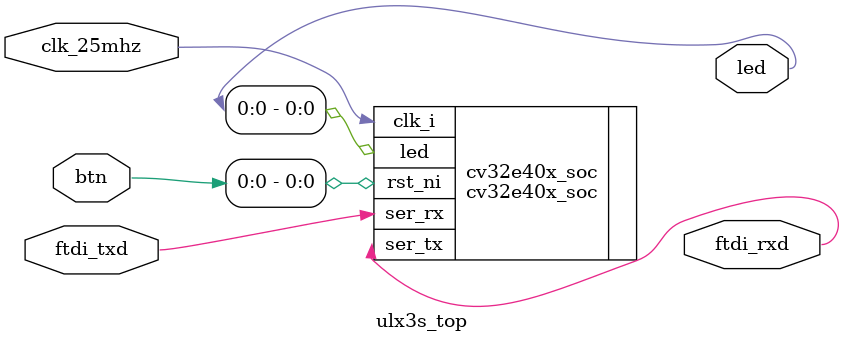
<source format=sv>

`timescale 1ns / 1ps

module ulx3s_top (
    input clk_25mhz,

    input  ftdi_txd,
    output ftdi_rxd,

    input  [6:0] btn,
    output [7:0] led
);
    localparam FREQUENCY = 25_000_000;
    localparam SOC_ADDR_WIDTH    =  24;
    localparam RAM_ADDR_WIDTH    =  14;
    localparam INSTR_RDATA_WIDTH =  32;
    localparam BOOT_ADDR         = 'h0;

    // wrapper for CV32E40X, the memory system and stdout peripheral
    cv32e40x_soc
        #(
          .INSTR_RDATA_WIDTH (INSTR_RDATA_WIDTH),
          .SOC_ADDR_WIDTH    (SOC_ADDR_WIDTH),
          .RAM_ADDR_WIDTH    (RAM_ADDR_WIDTH),
          .BOOT_ADDR         (BOOT_ADDR)
         )
    cv32e40x_soc
        (
         .clk_i          ( clk_25mhz    ),
         .rst_ni         ( btn[0]       ),
         .led            ( led[0]       ),
         .ser_tx         ( ftdi_rxd     ),
         .ser_rx         ( ftdi_txd     )
        );
        
        // TODO debouncing

endmodule

</source>
